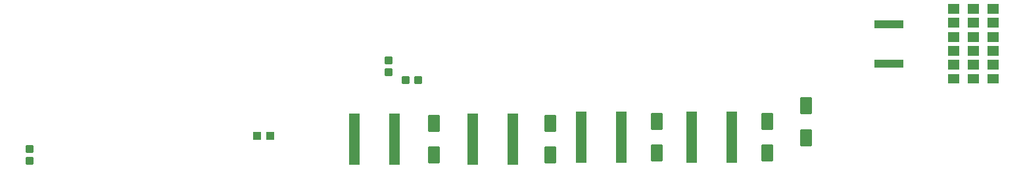
<source format=gbr>
%TF.GenerationSoftware,Altium Limited,Altium Designer,23.4.1 (23)*%
G04 Layer_Color=128*
%FSLAX45Y45*%
%MOMM*%
%TF.SameCoordinates,576A2805-CD40-4E5C-B7A3-750DB6231075*%
%TF.FilePolarity,Positive*%
%TF.FileFunction,Paste,Bot*%
%TF.Part,Single*%
G01*
G75*
%TA.AperFunction,SMDPad,CuDef*%
%ADD12R,1.10000X1.00000*%
G04:AMPARAMS|DCode=15|XSize=0.94mm|YSize=1.02mm|CornerRadius=0.094mm|HoleSize=0mm|Usage=FLASHONLY|Rotation=270.000|XOffset=0mm|YOffset=0mm|HoleType=Round|Shape=RoundedRectangle|*
%AMROUNDEDRECTD15*
21,1,0.94000,0.83200,0,0,270.0*
21,1,0.75200,1.02000,0,0,270.0*
1,1,0.18800,-0.41600,-0.37600*
1,1,0.18800,-0.41600,0.37600*
1,1,0.18800,0.41600,0.37600*
1,1,0.18800,0.41600,-0.37600*
%
%ADD15ROUNDEDRECTD15*%
G04:AMPARAMS|DCode=16|XSize=0.94mm|YSize=1.02mm|CornerRadius=0.094mm|HoleSize=0mm|Usage=FLASHONLY|Rotation=180.000|XOffset=0mm|YOffset=0mm|HoleType=Round|Shape=RoundedRectangle|*
%AMROUNDEDRECTD16*
21,1,0.94000,0.83200,0,0,180.0*
21,1,0.75200,1.02000,0,0,180.0*
1,1,0.18800,-0.37600,0.41600*
1,1,0.18800,0.37600,0.41600*
1,1,0.18800,0.37600,-0.41600*
1,1,0.18800,-0.37600,-0.41600*
%
%ADD16ROUNDEDRECTD16*%
G04:AMPARAMS|DCode=32|XSize=2.21mm|YSize=1.53mm|CornerRadius=0.11475mm|HoleSize=0mm|Usage=FLASHONLY|Rotation=270.000|XOffset=0mm|YOffset=0mm|HoleType=Round|Shape=RoundedRectangle|*
%AMROUNDEDRECTD32*
21,1,2.21000,1.30050,0,0,270.0*
21,1,1.98050,1.53000,0,0,270.0*
1,1,0.22950,-0.65025,-0.99025*
1,1,0.22950,-0.65025,0.99025*
1,1,0.22950,0.65025,0.99025*
1,1,0.22950,0.65025,-0.99025*
%
%ADD32ROUNDEDRECTD32*%
%ADD47R,1.36000X6.61000*%
%ADD49R,3.79000X1.06000*%
G36*
X12712500Y2117800D02*
X12567500D01*
Y2243800D01*
X12712500D01*
Y2117800D01*
D02*
G37*
G36*
X12458500D02*
X12313500D01*
Y2243800D01*
X12458500D01*
Y2117800D01*
D02*
G37*
G36*
X12204500D02*
X12059500D01*
Y2243800D01*
X12204500D01*
Y2117800D01*
D02*
G37*
G36*
X12712500Y1937800D02*
X12567500D01*
Y2063800D01*
X12712500D01*
Y1937800D01*
D02*
G37*
G36*
X12458500D02*
X12313500D01*
Y2063800D01*
X12458500D01*
Y1937800D01*
D02*
G37*
G36*
X12204500D02*
X12059500D01*
Y2063800D01*
X12204500D01*
Y1937800D01*
D02*
G37*
G36*
X12712500Y1757800D02*
X12567500D01*
Y1883800D01*
X12712500D01*
Y1757800D01*
D02*
G37*
G36*
X12458500D02*
X12313500D01*
Y1883800D01*
X12458500D01*
Y1757800D01*
D02*
G37*
G36*
X12204500D02*
X12059500D01*
Y1883800D01*
X12204500D01*
Y1757800D01*
D02*
G37*
G36*
X12712500Y2657800D02*
X12567500D01*
Y2783800D01*
X12712500D01*
Y2657800D01*
D02*
G37*
G36*
X12458500D02*
X12313500D01*
Y2783800D01*
X12458500D01*
Y2657800D01*
D02*
G37*
G36*
X12204500D02*
X12059500D01*
Y2783800D01*
X12204500D01*
Y2657800D01*
D02*
G37*
G36*
X12712500Y2477800D02*
X12567500D01*
Y2603800D01*
X12712500D01*
Y2477800D01*
D02*
G37*
G36*
X12458500D02*
X12313500D01*
Y2603800D01*
X12458500D01*
Y2477800D01*
D02*
G37*
G36*
X12204500D02*
X12059500D01*
Y2603800D01*
X12204500D01*
Y2477800D01*
D02*
G37*
G36*
X12712500Y2297800D02*
X12567500D01*
Y2423800D01*
X12712500D01*
Y2297800D01*
D02*
G37*
G36*
X12458500D02*
X12313500D01*
Y2423800D01*
X12458500D01*
Y2297800D01*
D02*
G37*
G36*
X12204500D02*
X12059500D01*
Y2423800D01*
X12204500D01*
Y2297800D01*
D02*
G37*
D12*
X3165000Y1080000D02*
D03*
X3335000D02*
D03*
D15*
X4851400Y1902200D02*
D03*
Y2060200D02*
D03*
X228600Y759200D02*
D03*
Y917200D02*
D03*
D16*
X5235200Y1803400D02*
D03*
X5077200D02*
D03*
D32*
X10227800Y1471800D02*
D03*
Y1061800D02*
D03*
X9728200Y1271800D02*
D03*
Y861800D02*
D03*
X8305800D02*
D03*
Y1271800D02*
D03*
X6934200Y1246400D02*
D03*
Y836400D02*
D03*
X5435600D02*
D03*
Y1246400D02*
D03*
D47*
X4933200Y1041400D02*
D03*
X4414000D02*
D03*
X6457200D02*
D03*
X5938000D02*
D03*
X7854200Y1066800D02*
D03*
X7335000D02*
D03*
X9276600D02*
D03*
X8757400D02*
D03*
D49*
X11298000Y2524800D02*
D03*
Y2016800D02*
D03*
%TF.MD5,4f4ca458a3cf35d43a230be72c098c74*%
M02*

</source>
